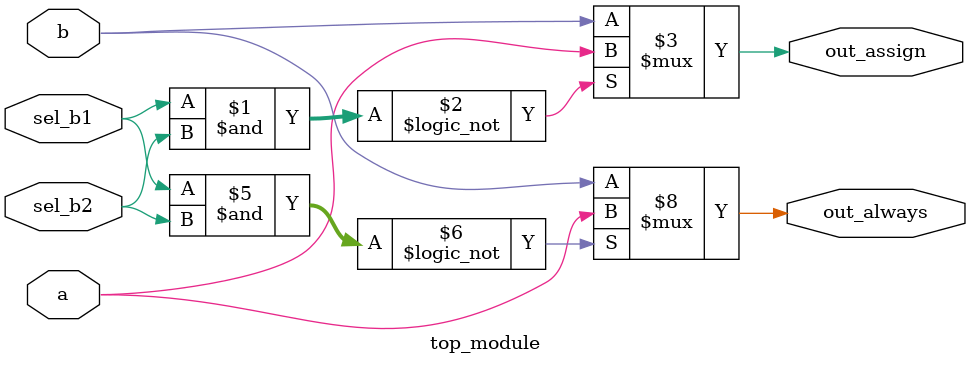
<source format=v>
module top_module(
    input a,
    input b,
    input sel_b1,
    input sel_b2,
    output wire out_assign,
    output reg out_always   ); 
    assign out_assign=( ( sel_b1 & sel_b2 ) == 0 )? a : b;
    always@(*)
begin
    if( (sel_b1 & sel_b2) == 0 )
		out_always <= a;
	else
		out_always <= b;
end
    
endmodule

</source>
